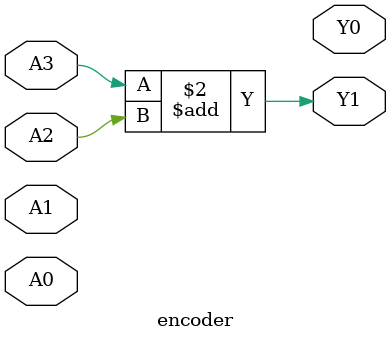
<source format=v>
module encoder (
	input A0, A1, A2, A3,
	output Y0, Y1
	);
	
assign YO = A3 + A1;
assign Y1 = A3 + A2;

endmodule

</source>
